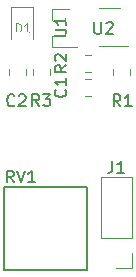
<source format=gbr>
G04 #@! TF.GenerationSoftware,KiCad,Pcbnew,(5.1.5)-3*
G04 #@! TF.CreationDate,2021-01-22T16:59:30+10:30*
G04 #@! TF.ProjectId,HallSingle,48616c6c-5369-46e6-976c-652e6b696361,rev?*
G04 #@! TF.SameCoordinates,Original*
G04 #@! TF.FileFunction,Legend,Top*
G04 #@! TF.FilePolarity,Positive*
%FSLAX46Y46*%
G04 Gerber Fmt 4.6, Leading zero omitted, Abs format (unit mm)*
G04 Created by KiCad (PCBNEW (5.1.5)-3) date 2021-01-22 16:59:30*
%MOMM*%
%LPD*%
G04 APERTURE LIST*
%ADD10C,0.120000*%
%ADD11C,0.150000*%
%ADD12C,0.125000*%
%ADD13R,1.162000X0.752000*%
%ADD14C,3.302000*%
%ADD15R,1.002000X0.902000*%
%ADD16C,1.626000*%
%ADD17C,0.100000*%
%ADD18O,1.802000X1.802000*%
%ADD19R,1.802000X1.802000*%
G04 APERTURE END LIST*
D10*
X146500000Y-61110000D02*
X148950000Y-61110000D01*
X148300000Y-57890000D02*
X146500000Y-57890000D01*
X142512000Y-57980500D02*
X142512000Y-58910500D01*
X142512000Y-61140500D02*
X142512000Y-60210500D01*
X142512000Y-61140500D02*
X144672000Y-61140500D01*
X142512000Y-57980500D02*
X143972000Y-57980500D01*
D11*
X145500000Y-80000000D02*
X145500000Y-76500000D01*
X138500000Y-80000000D02*
X145500000Y-80000000D01*
X138500000Y-73000000D02*
X138500000Y-80000000D01*
X145500000Y-73000000D02*
X138500000Y-73000000D01*
X145500000Y-76500000D02*
X145500000Y-73000000D01*
D10*
X142360000Y-63558578D02*
X142360000Y-63041422D01*
X140940000Y-63558578D02*
X140940000Y-63041422D01*
X145879078Y-61840000D02*
X145361922Y-61840000D01*
X145879078Y-63260000D02*
X145361922Y-63260000D01*
X149160000Y-63558578D02*
X149160000Y-63041422D01*
X147740000Y-63558578D02*
X147740000Y-63041422D01*
X149330000Y-79910000D02*
X148000000Y-79910000D01*
X149330000Y-78580000D02*
X149330000Y-79910000D01*
X149330000Y-77310000D02*
X146670000Y-77310000D01*
X146670000Y-77310000D02*
X146670000Y-72170000D01*
X149330000Y-77310000D02*
X149330000Y-72170000D01*
X149330000Y-72170000D02*
X146670000Y-72170000D01*
X139040000Y-57815000D02*
X139040000Y-60500000D01*
X140960000Y-57815000D02*
X139040000Y-57815000D01*
X140960000Y-60500000D02*
X140960000Y-57815000D01*
X138890000Y-63041422D02*
X138890000Y-63558578D01*
X140310000Y-63041422D02*
X140310000Y-63558578D01*
X145879078Y-63890000D02*
X145361922Y-63890000D01*
X145879078Y-65310000D02*
X145361922Y-65310000D01*
D11*
X146138095Y-59052380D02*
X146138095Y-59861904D01*
X146185714Y-59957142D01*
X146233333Y-60004761D01*
X146328571Y-60052380D01*
X146519047Y-60052380D01*
X146614285Y-60004761D01*
X146661904Y-59957142D01*
X146709523Y-59861904D01*
X146709523Y-59052380D01*
X147138095Y-59147619D02*
X147185714Y-59100000D01*
X147280952Y-59052380D01*
X147519047Y-59052380D01*
X147614285Y-59100000D01*
X147661904Y-59147619D01*
X147709523Y-59242857D01*
X147709523Y-59338095D01*
X147661904Y-59480952D01*
X147090476Y-60052380D01*
X147709523Y-60052380D01*
X143338095Y-69502380D02*
X143338095Y-68502380D01*
X143338095Y-68978571D02*
X143909523Y-68978571D01*
X143909523Y-69502380D02*
X143909523Y-68502380D01*
X144909523Y-69502380D02*
X144338095Y-69502380D01*
X144623809Y-69502380D02*
X144623809Y-68502380D01*
X144528571Y-68645238D01*
X144433333Y-68740476D01*
X144338095Y-68788095D01*
X142752380Y-60261904D02*
X143561904Y-60261904D01*
X143657142Y-60214285D01*
X143704761Y-60166666D01*
X143752380Y-60071428D01*
X143752380Y-59880952D01*
X143704761Y-59785714D01*
X143657142Y-59738095D01*
X143561904Y-59690476D01*
X142752380Y-59690476D01*
X143752380Y-58690476D02*
X143752380Y-59261904D01*
X143752380Y-58976190D02*
X142752380Y-58976190D01*
X142895238Y-59071428D01*
X142990476Y-59166666D01*
X143038095Y-59261904D01*
X139295261Y-72628380D02*
X138961928Y-72152190D01*
X138723833Y-72628380D02*
X138723833Y-71628380D01*
X139104785Y-71628380D01*
X139200023Y-71676000D01*
X139247642Y-71723619D01*
X139295261Y-71818857D01*
X139295261Y-71961714D01*
X139247642Y-72056952D01*
X139200023Y-72104571D01*
X139104785Y-72152190D01*
X138723833Y-72152190D01*
X139580976Y-71628380D02*
X139914309Y-72628380D01*
X140247642Y-71628380D01*
X141104785Y-72628380D02*
X140533357Y-72628380D01*
X140819071Y-72628380D02*
X140819071Y-71628380D01*
X140723833Y-71771238D01*
X140628595Y-71866476D01*
X140533357Y-71914095D01*
X141464833Y-66152380D02*
X141131500Y-65676190D01*
X140893404Y-66152380D02*
X140893404Y-65152380D01*
X141274357Y-65152380D01*
X141369595Y-65200000D01*
X141417214Y-65247619D01*
X141464833Y-65342857D01*
X141464833Y-65485714D01*
X141417214Y-65580952D01*
X141369595Y-65628571D01*
X141274357Y-65676190D01*
X140893404Y-65676190D01*
X141798166Y-65152380D02*
X142417214Y-65152380D01*
X142083880Y-65533333D01*
X142226738Y-65533333D01*
X142321976Y-65580952D01*
X142369595Y-65628571D01*
X142417214Y-65723809D01*
X142417214Y-65961904D01*
X142369595Y-66057142D01*
X142321976Y-66104761D01*
X142226738Y-66152380D01*
X141941023Y-66152380D01*
X141845785Y-66104761D01*
X141798166Y-66057142D01*
X143771880Y-62716666D02*
X143295690Y-63050000D01*
X143771880Y-63288095D02*
X142771880Y-63288095D01*
X142771880Y-62907142D01*
X142819500Y-62811904D01*
X142867119Y-62764285D01*
X142962357Y-62716666D01*
X143105214Y-62716666D01*
X143200452Y-62764285D01*
X143248071Y-62811904D01*
X143295690Y-62907142D01*
X143295690Y-63288095D01*
X142867119Y-62335714D02*
X142819500Y-62288095D01*
X142771880Y-62192857D01*
X142771880Y-61954761D01*
X142819500Y-61859523D01*
X142867119Y-61811904D01*
X142962357Y-61764285D01*
X143057595Y-61764285D01*
X143200452Y-61811904D01*
X143771880Y-62383333D01*
X143771880Y-61764285D01*
X148346833Y-66180380D02*
X148013500Y-65704190D01*
X147775404Y-66180380D02*
X147775404Y-65180380D01*
X148156357Y-65180380D01*
X148251595Y-65228000D01*
X148299214Y-65275619D01*
X148346833Y-65370857D01*
X148346833Y-65513714D01*
X148299214Y-65608952D01*
X148251595Y-65656571D01*
X148156357Y-65704190D01*
X147775404Y-65704190D01*
X149299214Y-66180380D02*
X148727785Y-66180380D01*
X149013500Y-66180380D02*
X149013500Y-65180380D01*
X148918261Y-65323238D01*
X148823023Y-65418476D01*
X148727785Y-65466095D01*
X147666666Y-70819380D02*
X147666666Y-71533666D01*
X147619047Y-71676523D01*
X147523809Y-71771761D01*
X147380952Y-71819380D01*
X147285714Y-71819380D01*
X148666666Y-71819380D02*
X148095238Y-71819380D01*
X148380952Y-71819380D02*
X148380952Y-70819380D01*
X148285714Y-70962238D01*
X148190476Y-71057476D01*
X148095238Y-71105095D01*
D12*
X139496428Y-59889285D02*
X139496428Y-59139285D01*
X139675000Y-59139285D01*
X139782142Y-59175000D01*
X139853571Y-59246428D01*
X139889285Y-59317857D01*
X139925000Y-59460714D01*
X139925000Y-59567857D01*
X139889285Y-59710714D01*
X139853571Y-59782142D01*
X139782142Y-59853571D01*
X139675000Y-59889285D01*
X139496428Y-59889285D01*
X140639285Y-59889285D02*
X140210714Y-59889285D01*
X140425000Y-59889285D02*
X140425000Y-59139285D01*
X140353571Y-59246428D01*
X140282142Y-59317857D01*
X140210714Y-59353571D01*
D11*
X139369833Y-66085142D02*
X139322214Y-66132761D01*
X139179357Y-66180380D01*
X139084119Y-66180380D01*
X138941261Y-66132761D01*
X138846023Y-66037523D01*
X138798404Y-65942285D01*
X138750785Y-65751809D01*
X138750785Y-65608952D01*
X138798404Y-65418476D01*
X138846023Y-65323238D01*
X138941261Y-65228000D01*
X139084119Y-65180380D01*
X139179357Y-65180380D01*
X139322214Y-65228000D01*
X139369833Y-65275619D01*
X139750785Y-65275619D02*
X139798404Y-65228000D01*
X139893642Y-65180380D01*
X140131738Y-65180380D01*
X140226976Y-65228000D01*
X140274595Y-65275619D01*
X140322214Y-65370857D01*
X140322214Y-65466095D01*
X140274595Y-65608952D01*
X139703166Y-66180380D01*
X140322214Y-66180380D01*
X143676642Y-64766666D02*
X143724261Y-64814285D01*
X143771880Y-64957142D01*
X143771880Y-65052380D01*
X143724261Y-65195238D01*
X143629023Y-65290476D01*
X143533785Y-65338095D01*
X143343309Y-65385714D01*
X143200452Y-65385714D01*
X143009976Y-65338095D01*
X142914738Y-65290476D01*
X142819500Y-65195238D01*
X142771880Y-65052380D01*
X142771880Y-64957142D01*
X142819500Y-64814285D01*
X142867119Y-64766666D01*
X143771880Y-63814285D02*
X143771880Y-64385714D01*
X143771880Y-64100000D02*
X142771880Y-64100000D01*
X142914738Y-64195238D01*
X143009976Y-64290476D01*
X143057595Y-64385714D01*
%LPC*%
D13*
X146300000Y-60450000D03*
X146300000Y-58550000D03*
X148500000Y-58550000D03*
X148500000Y-59500000D03*
X148500000Y-60450000D03*
D14*
X144000000Y-69000000D03*
D15*
X144272000Y-60510500D03*
X144272000Y-58610500D03*
X142272000Y-59560500D03*
D16*
X142000000Y-79000000D03*
X144500000Y-76500000D03*
X142000000Y-74000000D03*
D17*
G36*
X142158141Y-61825297D02*
G01*
X142184278Y-61829174D01*
X142209909Y-61835594D01*
X142234788Y-61844495D01*
X142258674Y-61855793D01*
X142281337Y-61869377D01*
X142302560Y-61885117D01*
X142322139Y-61902861D01*
X142339883Y-61922440D01*
X142355623Y-61943663D01*
X142369207Y-61966326D01*
X142380505Y-61990212D01*
X142389406Y-62015091D01*
X142395826Y-62040722D01*
X142399703Y-62066859D01*
X142401000Y-62093250D01*
X142401000Y-62631750D01*
X142399703Y-62658141D01*
X142395826Y-62684278D01*
X142389406Y-62709909D01*
X142380505Y-62734788D01*
X142369207Y-62758674D01*
X142355623Y-62781337D01*
X142339883Y-62802560D01*
X142322139Y-62822139D01*
X142302560Y-62839883D01*
X142281337Y-62855623D01*
X142258674Y-62869207D01*
X142234788Y-62880505D01*
X142209909Y-62889406D01*
X142184278Y-62895826D01*
X142158141Y-62899703D01*
X142131750Y-62901000D01*
X141168250Y-62901000D01*
X141141859Y-62899703D01*
X141115722Y-62895826D01*
X141090091Y-62889406D01*
X141065212Y-62880505D01*
X141041326Y-62869207D01*
X141018663Y-62855623D01*
X140997440Y-62839883D01*
X140977861Y-62822139D01*
X140960117Y-62802560D01*
X140944377Y-62781337D01*
X140930793Y-62758674D01*
X140919495Y-62734788D01*
X140910594Y-62709909D01*
X140904174Y-62684278D01*
X140900297Y-62658141D01*
X140899000Y-62631750D01*
X140899000Y-62093250D01*
X140900297Y-62066859D01*
X140904174Y-62040722D01*
X140910594Y-62015091D01*
X140919495Y-61990212D01*
X140930793Y-61966326D01*
X140944377Y-61943663D01*
X140960117Y-61922440D01*
X140977861Y-61902861D01*
X140997440Y-61885117D01*
X141018663Y-61869377D01*
X141041326Y-61855793D01*
X141065212Y-61844495D01*
X141090091Y-61835594D01*
X141115722Y-61829174D01*
X141141859Y-61825297D01*
X141168250Y-61824000D01*
X142131750Y-61824000D01*
X142158141Y-61825297D01*
G37*
G36*
X142158141Y-63700297D02*
G01*
X142184278Y-63704174D01*
X142209909Y-63710594D01*
X142234788Y-63719495D01*
X142258674Y-63730793D01*
X142281337Y-63744377D01*
X142302560Y-63760117D01*
X142322139Y-63777861D01*
X142339883Y-63797440D01*
X142355623Y-63818663D01*
X142369207Y-63841326D01*
X142380505Y-63865212D01*
X142389406Y-63890091D01*
X142395826Y-63915722D01*
X142399703Y-63941859D01*
X142401000Y-63968250D01*
X142401000Y-64506750D01*
X142399703Y-64533141D01*
X142395826Y-64559278D01*
X142389406Y-64584909D01*
X142380505Y-64609788D01*
X142369207Y-64633674D01*
X142355623Y-64656337D01*
X142339883Y-64677560D01*
X142322139Y-64697139D01*
X142302560Y-64714883D01*
X142281337Y-64730623D01*
X142258674Y-64744207D01*
X142234788Y-64755505D01*
X142209909Y-64764406D01*
X142184278Y-64770826D01*
X142158141Y-64774703D01*
X142131750Y-64776000D01*
X141168250Y-64776000D01*
X141141859Y-64774703D01*
X141115722Y-64770826D01*
X141090091Y-64764406D01*
X141065212Y-64755505D01*
X141041326Y-64744207D01*
X141018663Y-64730623D01*
X140997440Y-64714883D01*
X140977861Y-64697139D01*
X140960117Y-64677560D01*
X140944377Y-64656337D01*
X140930793Y-64633674D01*
X140919495Y-64609788D01*
X140910594Y-64584909D01*
X140904174Y-64559278D01*
X140900297Y-64533141D01*
X140899000Y-64506750D01*
X140899000Y-63968250D01*
X140900297Y-63941859D01*
X140904174Y-63915722D01*
X140910594Y-63890091D01*
X140919495Y-63865212D01*
X140930793Y-63841326D01*
X140944377Y-63818663D01*
X140960117Y-63797440D01*
X140977861Y-63777861D01*
X140997440Y-63760117D01*
X141018663Y-63744377D01*
X141041326Y-63730793D01*
X141065212Y-63719495D01*
X141090091Y-63710594D01*
X141115722Y-63704174D01*
X141141859Y-63700297D01*
X141168250Y-63699000D01*
X142131750Y-63699000D01*
X142158141Y-63700297D01*
G37*
G36*
X144978641Y-61800297D02*
G01*
X145004778Y-61804174D01*
X145030409Y-61810594D01*
X145055288Y-61819495D01*
X145079174Y-61830793D01*
X145101837Y-61844377D01*
X145123060Y-61860117D01*
X145142639Y-61877861D01*
X145160383Y-61897440D01*
X145176123Y-61918663D01*
X145189707Y-61941326D01*
X145201005Y-61965212D01*
X145209906Y-61990091D01*
X145216326Y-62015722D01*
X145220203Y-62041859D01*
X145221500Y-62068250D01*
X145221500Y-63031750D01*
X145220203Y-63058141D01*
X145216326Y-63084278D01*
X145209906Y-63109909D01*
X145201005Y-63134788D01*
X145189707Y-63158674D01*
X145176123Y-63181337D01*
X145160383Y-63202560D01*
X145142639Y-63222139D01*
X145123060Y-63239883D01*
X145101837Y-63255623D01*
X145079174Y-63269207D01*
X145055288Y-63280505D01*
X145030409Y-63289406D01*
X145004778Y-63295826D01*
X144978641Y-63299703D01*
X144952250Y-63301000D01*
X144413750Y-63301000D01*
X144387359Y-63299703D01*
X144361222Y-63295826D01*
X144335591Y-63289406D01*
X144310712Y-63280505D01*
X144286826Y-63269207D01*
X144264163Y-63255623D01*
X144242940Y-63239883D01*
X144223361Y-63222139D01*
X144205617Y-63202560D01*
X144189877Y-63181337D01*
X144176293Y-63158674D01*
X144164995Y-63134788D01*
X144156094Y-63109909D01*
X144149674Y-63084278D01*
X144145797Y-63058141D01*
X144144500Y-63031750D01*
X144144500Y-62068250D01*
X144145797Y-62041859D01*
X144149674Y-62015722D01*
X144156094Y-61990091D01*
X144164995Y-61965212D01*
X144176293Y-61941326D01*
X144189877Y-61918663D01*
X144205617Y-61897440D01*
X144223361Y-61877861D01*
X144242940Y-61860117D01*
X144264163Y-61844377D01*
X144286826Y-61830793D01*
X144310712Y-61819495D01*
X144335591Y-61810594D01*
X144361222Y-61804174D01*
X144387359Y-61800297D01*
X144413750Y-61799000D01*
X144952250Y-61799000D01*
X144978641Y-61800297D01*
G37*
G36*
X146853641Y-61800297D02*
G01*
X146879778Y-61804174D01*
X146905409Y-61810594D01*
X146930288Y-61819495D01*
X146954174Y-61830793D01*
X146976837Y-61844377D01*
X146998060Y-61860117D01*
X147017639Y-61877861D01*
X147035383Y-61897440D01*
X147051123Y-61918663D01*
X147064707Y-61941326D01*
X147076005Y-61965212D01*
X147084906Y-61990091D01*
X147091326Y-62015722D01*
X147095203Y-62041859D01*
X147096500Y-62068250D01*
X147096500Y-63031750D01*
X147095203Y-63058141D01*
X147091326Y-63084278D01*
X147084906Y-63109909D01*
X147076005Y-63134788D01*
X147064707Y-63158674D01*
X147051123Y-63181337D01*
X147035383Y-63202560D01*
X147017639Y-63222139D01*
X146998060Y-63239883D01*
X146976837Y-63255623D01*
X146954174Y-63269207D01*
X146930288Y-63280505D01*
X146905409Y-63289406D01*
X146879778Y-63295826D01*
X146853641Y-63299703D01*
X146827250Y-63301000D01*
X146288750Y-63301000D01*
X146262359Y-63299703D01*
X146236222Y-63295826D01*
X146210591Y-63289406D01*
X146185712Y-63280505D01*
X146161826Y-63269207D01*
X146139163Y-63255623D01*
X146117940Y-63239883D01*
X146098361Y-63222139D01*
X146080617Y-63202560D01*
X146064877Y-63181337D01*
X146051293Y-63158674D01*
X146039995Y-63134788D01*
X146031094Y-63109909D01*
X146024674Y-63084278D01*
X146020797Y-63058141D01*
X146019500Y-63031750D01*
X146019500Y-62068250D01*
X146020797Y-62041859D01*
X146024674Y-62015722D01*
X146031094Y-61990091D01*
X146039995Y-61965212D01*
X146051293Y-61941326D01*
X146064877Y-61918663D01*
X146080617Y-61897440D01*
X146098361Y-61877861D01*
X146117940Y-61860117D01*
X146139163Y-61844377D01*
X146161826Y-61830793D01*
X146185712Y-61819495D01*
X146210591Y-61810594D01*
X146236222Y-61804174D01*
X146262359Y-61800297D01*
X146288750Y-61799000D01*
X146827250Y-61799000D01*
X146853641Y-61800297D01*
G37*
G36*
X148958141Y-61825297D02*
G01*
X148984278Y-61829174D01*
X149009909Y-61835594D01*
X149034788Y-61844495D01*
X149058674Y-61855793D01*
X149081337Y-61869377D01*
X149102560Y-61885117D01*
X149122139Y-61902861D01*
X149139883Y-61922440D01*
X149155623Y-61943663D01*
X149169207Y-61966326D01*
X149180505Y-61990212D01*
X149189406Y-62015091D01*
X149195826Y-62040722D01*
X149199703Y-62066859D01*
X149201000Y-62093250D01*
X149201000Y-62631750D01*
X149199703Y-62658141D01*
X149195826Y-62684278D01*
X149189406Y-62709909D01*
X149180505Y-62734788D01*
X149169207Y-62758674D01*
X149155623Y-62781337D01*
X149139883Y-62802560D01*
X149122139Y-62822139D01*
X149102560Y-62839883D01*
X149081337Y-62855623D01*
X149058674Y-62869207D01*
X149034788Y-62880505D01*
X149009909Y-62889406D01*
X148984278Y-62895826D01*
X148958141Y-62899703D01*
X148931750Y-62901000D01*
X147968250Y-62901000D01*
X147941859Y-62899703D01*
X147915722Y-62895826D01*
X147890091Y-62889406D01*
X147865212Y-62880505D01*
X147841326Y-62869207D01*
X147818663Y-62855623D01*
X147797440Y-62839883D01*
X147777861Y-62822139D01*
X147760117Y-62802560D01*
X147744377Y-62781337D01*
X147730793Y-62758674D01*
X147719495Y-62734788D01*
X147710594Y-62709909D01*
X147704174Y-62684278D01*
X147700297Y-62658141D01*
X147699000Y-62631750D01*
X147699000Y-62093250D01*
X147700297Y-62066859D01*
X147704174Y-62040722D01*
X147710594Y-62015091D01*
X147719495Y-61990212D01*
X147730793Y-61966326D01*
X147744377Y-61943663D01*
X147760117Y-61922440D01*
X147777861Y-61902861D01*
X147797440Y-61885117D01*
X147818663Y-61869377D01*
X147841326Y-61855793D01*
X147865212Y-61844495D01*
X147890091Y-61835594D01*
X147915722Y-61829174D01*
X147941859Y-61825297D01*
X147968250Y-61824000D01*
X148931750Y-61824000D01*
X148958141Y-61825297D01*
G37*
G36*
X148958141Y-63700297D02*
G01*
X148984278Y-63704174D01*
X149009909Y-63710594D01*
X149034788Y-63719495D01*
X149058674Y-63730793D01*
X149081337Y-63744377D01*
X149102560Y-63760117D01*
X149122139Y-63777861D01*
X149139883Y-63797440D01*
X149155623Y-63818663D01*
X149169207Y-63841326D01*
X149180505Y-63865212D01*
X149189406Y-63890091D01*
X149195826Y-63915722D01*
X149199703Y-63941859D01*
X149201000Y-63968250D01*
X149201000Y-64506750D01*
X149199703Y-64533141D01*
X149195826Y-64559278D01*
X149189406Y-64584909D01*
X149180505Y-64609788D01*
X149169207Y-64633674D01*
X149155623Y-64656337D01*
X149139883Y-64677560D01*
X149122139Y-64697139D01*
X149102560Y-64714883D01*
X149081337Y-64730623D01*
X149058674Y-64744207D01*
X149034788Y-64755505D01*
X149009909Y-64764406D01*
X148984278Y-64770826D01*
X148958141Y-64774703D01*
X148931750Y-64776000D01*
X147968250Y-64776000D01*
X147941859Y-64774703D01*
X147915722Y-64770826D01*
X147890091Y-64764406D01*
X147865212Y-64755505D01*
X147841326Y-64744207D01*
X147818663Y-64730623D01*
X147797440Y-64714883D01*
X147777861Y-64697139D01*
X147760117Y-64677560D01*
X147744377Y-64656337D01*
X147730793Y-64633674D01*
X147719495Y-64609788D01*
X147710594Y-64584909D01*
X147704174Y-64559278D01*
X147700297Y-64533141D01*
X147699000Y-64506750D01*
X147699000Y-63968250D01*
X147700297Y-63941859D01*
X147704174Y-63915722D01*
X147710594Y-63890091D01*
X147719495Y-63865212D01*
X147730793Y-63841326D01*
X147744377Y-63818663D01*
X147760117Y-63797440D01*
X147777861Y-63777861D01*
X147797440Y-63760117D01*
X147818663Y-63744377D01*
X147841326Y-63730793D01*
X147865212Y-63719495D01*
X147890091Y-63710594D01*
X147915722Y-63704174D01*
X147941859Y-63700297D01*
X147968250Y-63699000D01*
X148931750Y-63699000D01*
X148958141Y-63700297D01*
G37*
D18*
X148000000Y-73500000D03*
X148000000Y-76040000D03*
D19*
X148000000Y-78580000D03*
D17*
G36*
X140508141Y-59900297D02*
G01*
X140534278Y-59904174D01*
X140559909Y-59910594D01*
X140584788Y-59919495D01*
X140608674Y-59930793D01*
X140631337Y-59944377D01*
X140652560Y-59960117D01*
X140672139Y-59977861D01*
X140689883Y-59997440D01*
X140705623Y-60018663D01*
X140719207Y-60041326D01*
X140730505Y-60065212D01*
X140739406Y-60090091D01*
X140745826Y-60115722D01*
X140749703Y-60141859D01*
X140751000Y-60168250D01*
X140751000Y-60706750D01*
X140749703Y-60733141D01*
X140745826Y-60759278D01*
X140739406Y-60784909D01*
X140730505Y-60809788D01*
X140719207Y-60833674D01*
X140705623Y-60856337D01*
X140689883Y-60877560D01*
X140672139Y-60897139D01*
X140652560Y-60914883D01*
X140631337Y-60930623D01*
X140608674Y-60944207D01*
X140584788Y-60955505D01*
X140559909Y-60964406D01*
X140534278Y-60970826D01*
X140508141Y-60974703D01*
X140481750Y-60976000D01*
X139518250Y-60976000D01*
X139491859Y-60974703D01*
X139465722Y-60970826D01*
X139440091Y-60964406D01*
X139415212Y-60955505D01*
X139391326Y-60944207D01*
X139368663Y-60930623D01*
X139347440Y-60914883D01*
X139327861Y-60897139D01*
X139310117Y-60877560D01*
X139294377Y-60856337D01*
X139280793Y-60833674D01*
X139269495Y-60809788D01*
X139260594Y-60784909D01*
X139254174Y-60759278D01*
X139250297Y-60733141D01*
X139249000Y-60706750D01*
X139249000Y-60168250D01*
X139250297Y-60141859D01*
X139254174Y-60115722D01*
X139260594Y-60090091D01*
X139269495Y-60065212D01*
X139280793Y-60041326D01*
X139294377Y-60018663D01*
X139310117Y-59997440D01*
X139327861Y-59977861D01*
X139347440Y-59960117D01*
X139368663Y-59944377D01*
X139391326Y-59930793D01*
X139415212Y-59919495D01*
X139440091Y-59910594D01*
X139465722Y-59904174D01*
X139491859Y-59900297D01*
X139518250Y-59899000D01*
X140481750Y-59899000D01*
X140508141Y-59900297D01*
G37*
G36*
X140508141Y-58025297D02*
G01*
X140534278Y-58029174D01*
X140559909Y-58035594D01*
X140584788Y-58044495D01*
X140608674Y-58055793D01*
X140631337Y-58069377D01*
X140652560Y-58085117D01*
X140672139Y-58102861D01*
X140689883Y-58122440D01*
X140705623Y-58143663D01*
X140719207Y-58166326D01*
X140730505Y-58190212D01*
X140739406Y-58215091D01*
X140745826Y-58240722D01*
X140749703Y-58266859D01*
X140751000Y-58293250D01*
X140751000Y-58831750D01*
X140749703Y-58858141D01*
X140745826Y-58884278D01*
X140739406Y-58909909D01*
X140730505Y-58934788D01*
X140719207Y-58958674D01*
X140705623Y-58981337D01*
X140689883Y-59002560D01*
X140672139Y-59022139D01*
X140652560Y-59039883D01*
X140631337Y-59055623D01*
X140608674Y-59069207D01*
X140584788Y-59080505D01*
X140559909Y-59089406D01*
X140534278Y-59095826D01*
X140508141Y-59099703D01*
X140481750Y-59101000D01*
X139518250Y-59101000D01*
X139491859Y-59099703D01*
X139465722Y-59095826D01*
X139440091Y-59089406D01*
X139415212Y-59080505D01*
X139391326Y-59069207D01*
X139368663Y-59055623D01*
X139347440Y-59039883D01*
X139327861Y-59022139D01*
X139310117Y-59002560D01*
X139294377Y-58981337D01*
X139280793Y-58958674D01*
X139269495Y-58934788D01*
X139260594Y-58909909D01*
X139254174Y-58884278D01*
X139250297Y-58858141D01*
X139249000Y-58831750D01*
X139249000Y-58293250D01*
X139250297Y-58266859D01*
X139254174Y-58240722D01*
X139260594Y-58215091D01*
X139269495Y-58190212D01*
X139280793Y-58166326D01*
X139294377Y-58143663D01*
X139310117Y-58122440D01*
X139327861Y-58102861D01*
X139347440Y-58085117D01*
X139368663Y-58069377D01*
X139391326Y-58055793D01*
X139415212Y-58044495D01*
X139440091Y-58035594D01*
X139465722Y-58029174D01*
X139491859Y-58025297D01*
X139518250Y-58024000D01*
X140481750Y-58024000D01*
X140508141Y-58025297D01*
G37*
G36*
X140108141Y-63700297D02*
G01*
X140134278Y-63704174D01*
X140159909Y-63710594D01*
X140184788Y-63719495D01*
X140208674Y-63730793D01*
X140231337Y-63744377D01*
X140252560Y-63760117D01*
X140272139Y-63777861D01*
X140289883Y-63797440D01*
X140305623Y-63818663D01*
X140319207Y-63841326D01*
X140330505Y-63865212D01*
X140339406Y-63890091D01*
X140345826Y-63915722D01*
X140349703Y-63941859D01*
X140351000Y-63968250D01*
X140351000Y-64506750D01*
X140349703Y-64533141D01*
X140345826Y-64559278D01*
X140339406Y-64584909D01*
X140330505Y-64609788D01*
X140319207Y-64633674D01*
X140305623Y-64656337D01*
X140289883Y-64677560D01*
X140272139Y-64697139D01*
X140252560Y-64714883D01*
X140231337Y-64730623D01*
X140208674Y-64744207D01*
X140184788Y-64755505D01*
X140159909Y-64764406D01*
X140134278Y-64770826D01*
X140108141Y-64774703D01*
X140081750Y-64776000D01*
X139118250Y-64776000D01*
X139091859Y-64774703D01*
X139065722Y-64770826D01*
X139040091Y-64764406D01*
X139015212Y-64755505D01*
X138991326Y-64744207D01*
X138968663Y-64730623D01*
X138947440Y-64714883D01*
X138927861Y-64697139D01*
X138910117Y-64677560D01*
X138894377Y-64656337D01*
X138880793Y-64633674D01*
X138869495Y-64609788D01*
X138860594Y-64584909D01*
X138854174Y-64559278D01*
X138850297Y-64533141D01*
X138849000Y-64506750D01*
X138849000Y-63968250D01*
X138850297Y-63941859D01*
X138854174Y-63915722D01*
X138860594Y-63890091D01*
X138869495Y-63865212D01*
X138880793Y-63841326D01*
X138894377Y-63818663D01*
X138910117Y-63797440D01*
X138927861Y-63777861D01*
X138947440Y-63760117D01*
X138968663Y-63744377D01*
X138991326Y-63730793D01*
X139015212Y-63719495D01*
X139040091Y-63710594D01*
X139065722Y-63704174D01*
X139091859Y-63700297D01*
X139118250Y-63699000D01*
X140081750Y-63699000D01*
X140108141Y-63700297D01*
G37*
G36*
X140108141Y-61825297D02*
G01*
X140134278Y-61829174D01*
X140159909Y-61835594D01*
X140184788Y-61844495D01*
X140208674Y-61855793D01*
X140231337Y-61869377D01*
X140252560Y-61885117D01*
X140272139Y-61902861D01*
X140289883Y-61922440D01*
X140305623Y-61943663D01*
X140319207Y-61966326D01*
X140330505Y-61990212D01*
X140339406Y-62015091D01*
X140345826Y-62040722D01*
X140349703Y-62066859D01*
X140351000Y-62093250D01*
X140351000Y-62631750D01*
X140349703Y-62658141D01*
X140345826Y-62684278D01*
X140339406Y-62709909D01*
X140330505Y-62734788D01*
X140319207Y-62758674D01*
X140305623Y-62781337D01*
X140289883Y-62802560D01*
X140272139Y-62822139D01*
X140252560Y-62839883D01*
X140231337Y-62855623D01*
X140208674Y-62869207D01*
X140184788Y-62880505D01*
X140159909Y-62889406D01*
X140134278Y-62895826D01*
X140108141Y-62899703D01*
X140081750Y-62901000D01*
X139118250Y-62901000D01*
X139091859Y-62899703D01*
X139065722Y-62895826D01*
X139040091Y-62889406D01*
X139015212Y-62880505D01*
X138991326Y-62869207D01*
X138968663Y-62855623D01*
X138947440Y-62839883D01*
X138927861Y-62822139D01*
X138910117Y-62802560D01*
X138894377Y-62781337D01*
X138880793Y-62758674D01*
X138869495Y-62734788D01*
X138860594Y-62709909D01*
X138854174Y-62684278D01*
X138850297Y-62658141D01*
X138849000Y-62631750D01*
X138849000Y-62093250D01*
X138850297Y-62066859D01*
X138854174Y-62040722D01*
X138860594Y-62015091D01*
X138869495Y-61990212D01*
X138880793Y-61966326D01*
X138894377Y-61943663D01*
X138910117Y-61922440D01*
X138927861Y-61902861D01*
X138947440Y-61885117D01*
X138968663Y-61869377D01*
X138991326Y-61855793D01*
X139015212Y-61844495D01*
X139040091Y-61835594D01*
X139065722Y-61829174D01*
X139091859Y-61825297D01*
X139118250Y-61824000D01*
X140081750Y-61824000D01*
X140108141Y-61825297D01*
G37*
G36*
X144978641Y-63850297D02*
G01*
X145004778Y-63854174D01*
X145030409Y-63860594D01*
X145055288Y-63869495D01*
X145079174Y-63880793D01*
X145101837Y-63894377D01*
X145123060Y-63910117D01*
X145142639Y-63927861D01*
X145160383Y-63947440D01*
X145176123Y-63968663D01*
X145189707Y-63991326D01*
X145201005Y-64015212D01*
X145209906Y-64040091D01*
X145216326Y-64065722D01*
X145220203Y-64091859D01*
X145221500Y-64118250D01*
X145221500Y-65081750D01*
X145220203Y-65108141D01*
X145216326Y-65134278D01*
X145209906Y-65159909D01*
X145201005Y-65184788D01*
X145189707Y-65208674D01*
X145176123Y-65231337D01*
X145160383Y-65252560D01*
X145142639Y-65272139D01*
X145123060Y-65289883D01*
X145101837Y-65305623D01*
X145079174Y-65319207D01*
X145055288Y-65330505D01*
X145030409Y-65339406D01*
X145004778Y-65345826D01*
X144978641Y-65349703D01*
X144952250Y-65351000D01*
X144413750Y-65351000D01*
X144387359Y-65349703D01*
X144361222Y-65345826D01*
X144335591Y-65339406D01*
X144310712Y-65330505D01*
X144286826Y-65319207D01*
X144264163Y-65305623D01*
X144242940Y-65289883D01*
X144223361Y-65272139D01*
X144205617Y-65252560D01*
X144189877Y-65231337D01*
X144176293Y-65208674D01*
X144164995Y-65184788D01*
X144156094Y-65159909D01*
X144149674Y-65134278D01*
X144145797Y-65108141D01*
X144144500Y-65081750D01*
X144144500Y-64118250D01*
X144145797Y-64091859D01*
X144149674Y-64065722D01*
X144156094Y-64040091D01*
X144164995Y-64015212D01*
X144176293Y-63991326D01*
X144189877Y-63968663D01*
X144205617Y-63947440D01*
X144223361Y-63927861D01*
X144242940Y-63910117D01*
X144264163Y-63894377D01*
X144286826Y-63880793D01*
X144310712Y-63869495D01*
X144335591Y-63860594D01*
X144361222Y-63854174D01*
X144387359Y-63850297D01*
X144413750Y-63849000D01*
X144952250Y-63849000D01*
X144978641Y-63850297D01*
G37*
G36*
X146853641Y-63850297D02*
G01*
X146879778Y-63854174D01*
X146905409Y-63860594D01*
X146930288Y-63869495D01*
X146954174Y-63880793D01*
X146976837Y-63894377D01*
X146998060Y-63910117D01*
X147017639Y-63927861D01*
X147035383Y-63947440D01*
X147051123Y-63968663D01*
X147064707Y-63991326D01*
X147076005Y-64015212D01*
X147084906Y-64040091D01*
X147091326Y-64065722D01*
X147095203Y-64091859D01*
X147096500Y-64118250D01*
X147096500Y-65081750D01*
X147095203Y-65108141D01*
X147091326Y-65134278D01*
X147084906Y-65159909D01*
X147076005Y-65184788D01*
X147064707Y-65208674D01*
X147051123Y-65231337D01*
X147035383Y-65252560D01*
X147017639Y-65272139D01*
X146998060Y-65289883D01*
X146976837Y-65305623D01*
X146954174Y-65319207D01*
X146930288Y-65330505D01*
X146905409Y-65339406D01*
X146879778Y-65345826D01*
X146853641Y-65349703D01*
X146827250Y-65351000D01*
X146288750Y-65351000D01*
X146262359Y-65349703D01*
X146236222Y-65345826D01*
X146210591Y-65339406D01*
X146185712Y-65330505D01*
X146161826Y-65319207D01*
X146139163Y-65305623D01*
X146117940Y-65289883D01*
X146098361Y-65272139D01*
X146080617Y-65252560D01*
X146064877Y-65231337D01*
X146051293Y-65208674D01*
X146039995Y-65184788D01*
X146031094Y-65159909D01*
X146024674Y-65134278D01*
X146020797Y-65108141D01*
X146019500Y-65081750D01*
X146019500Y-64118250D01*
X146020797Y-64091859D01*
X146024674Y-64065722D01*
X146031094Y-64040091D01*
X146039995Y-64015212D01*
X146051293Y-63991326D01*
X146064877Y-63968663D01*
X146080617Y-63947440D01*
X146098361Y-63927861D01*
X146117940Y-63910117D01*
X146139163Y-63894377D01*
X146161826Y-63880793D01*
X146185712Y-63869495D01*
X146210591Y-63860594D01*
X146236222Y-63854174D01*
X146262359Y-63850297D01*
X146288750Y-63849000D01*
X146827250Y-63849000D01*
X146853641Y-63850297D01*
G37*
M02*

</source>
